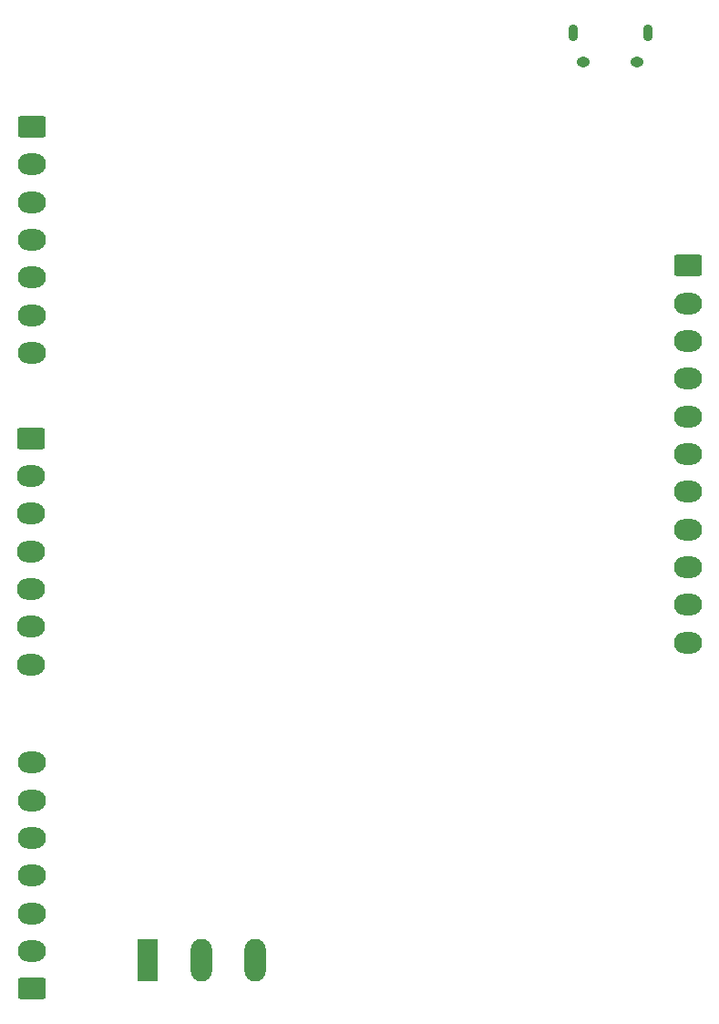
<source format=gbr>
%TF.GenerationSoftware,KiCad,Pcbnew,7.0.10*%
%TF.CreationDate,2024-02-23T13:31:41+03:00*%
%TF.ProjectId,Artorg_Board,4172746f-7267-45f4-926f-6172642e6b69,rev?*%
%TF.SameCoordinates,Original*%
%TF.FileFunction,Soldermask,Bot*%
%TF.FilePolarity,Negative*%
%FSLAX46Y46*%
G04 Gerber Fmt 4.6, Leading zero omitted, Abs format (unit mm)*
G04 Created by KiCad (PCBNEW 7.0.10) date 2024-02-23 13:31:41*
%MOMM*%
%LPD*%
G01*
G04 APERTURE LIST*
G04 Aperture macros list*
%AMRoundRect*
0 Rectangle with rounded corners*
0 $1 Rounding radius*
0 $2 $3 $4 $5 $6 $7 $8 $9 X,Y pos of 4 corners*
0 Add a 4 corners polygon primitive as box body*
4,1,4,$2,$3,$4,$5,$6,$7,$8,$9,$2,$3,0*
0 Add four circle primitives for the rounded corners*
1,1,$1+$1,$2,$3*
1,1,$1+$1,$4,$5*
1,1,$1+$1,$6,$7*
1,1,$1+$1,$8,$9*
0 Add four rect primitives between the rounded corners*
20,1,$1+$1,$2,$3,$4,$5,0*
20,1,$1+$1,$4,$5,$6,$7,0*
20,1,$1+$1,$6,$7,$8,$9,0*
20,1,$1+$1,$8,$9,$2,$3,0*%
G04 Aperture macros list end*
%ADD10R,1.980000X3.960000*%
%ADD11O,1.980000X3.960000*%
%ADD12RoundRect,0.250000X-1.050000X0.750000X-1.050000X-0.750000X1.050000X-0.750000X1.050000X0.750000X0*%
%ADD13O,2.600000X2.000000*%
%ADD14RoundRect,0.250000X1.050000X-0.750000X1.050000X0.750000X-1.050000X0.750000X-1.050000X-0.750000X0*%
%ADD15O,0.890000X1.550000*%
%ADD16O,1.250000X0.950000*%
G04 APERTURE END LIST*
D10*
%TO.C,J6*%
X156528400Y-129296000D03*
D11*
X161528400Y-129296000D03*
X166528400Y-129296000D03*
%TD*%
D12*
%TO.C,J5*%
X145745200Y-80803200D03*
D13*
X145745200Y-84303200D03*
X145745200Y-87803200D03*
X145745200Y-91303200D03*
X145745200Y-94803200D03*
X145745200Y-98303200D03*
X145745200Y-101803200D03*
%TD*%
D12*
%TO.C,J4*%
X145796000Y-51882400D03*
D13*
X145796000Y-55382400D03*
X145796000Y-58882400D03*
X145796000Y-62382400D03*
X145796000Y-65882400D03*
X145796000Y-69382400D03*
X145796000Y-72882400D03*
%TD*%
D14*
%TO.C,J3*%
X145821400Y-131921800D03*
D13*
X145821400Y-128421800D03*
X145821400Y-124921800D03*
X145821400Y-121421800D03*
X145821400Y-117921800D03*
X145821400Y-114421800D03*
X145821400Y-110921800D03*
%TD*%
D12*
%TO.C,J2*%
X206781400Y-64771200D03*
D13*
X206781400Y-68271200D03*
X206781400Y-71771200D03*
X206781400Y-75271200D03*
X206781400Y-78771200D03*
X206781400Y-82271200D03*
X206781400Y-85771200D03*
X206781400Y-89271200D03*
X206781400Y-92771200D03*
X206781400Y-96271200D03*
X206781400Y-99771200D03*
%TD*%
D15*
%TO.C,J1*%
X203077200Y-43154600D03*
D16*
X202077200Y-45854600D03*
D15*
X196077200Y-43154600D03*
D16*
X197077200Y-45854600D03*
%TD*%
M02*

</source>
